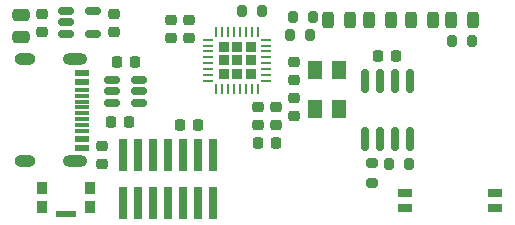
<source format=gbr>
%TF.GenerationSoftware,KiCad,Pcbnew,7.0.5*%
%TF.CreationDate,2024-01-08T00:08:42+01:00*%
%TF.ProjectId,can-usb-dongle,63616e2d-7573-4622-9d64-6f6e676c652e,rev?*%
%TF.SameCoordinates,Original*%
%TF.FileFunction,Paste,Top*%
%TF.FilePolarity,Positive*%
%FSLAX46Y46*%
G04 Gerber Fmt 4.6, Leading zero omitted, Abs format (unit mm)*
G04 Created by KiCad (PCBNEW 7.0.5) date 2024-01-08 00:08:42*
%MOMM*%
%LPD*%
G01*
G04 APERTURE LIST*
G04 Aperture macros list*
%AMRoundRect*
0 Rectangle with rounded corners*
0 $1 Rounding radius*
0 $2 $3 $4 $5 $6 $7 $8 $9 X,Y pos of 4 corners*
0 Add a 4 corners polygon primitive as box body*
4,1,4,$2,$3,$4,$5,$6,$7,$8,$9,$2,$3,0*
0 Add four circle primitives for the rounded corners*
1,1,$1+$1,$2,$3*
1,1,$1+$1,$4,$5*
1,1,$1+$1,$6,$7*
1,1,$1+$1,$8,$9*
0 Add four rect primitives between the rounded corners*
20,1,$1+$1,$2,$3,$4,$5,0*
20,1,$1+$1,$4,$5,$6,$7,0*
20,1,$1+$1,$6,$7,$8,$9,0*
20,1,$1+$1,$8,$9,$2,$3,0*%
G04 Aperture macros list end*
%ADD10RoundRect,0.225000X0.250000X-0.225000X0.250000X0.225000X-0.250000X0.225000X-0.250000X-0.225000X0*%
%ADD11RoundRect,0.225000X-0.225000X-0.250000X0.225000X-0.250000X0.225000X0.250000X-0.225000X0.250000X0*%
%ADD12RoundRect,0.225000X0.225000X0.250000X-0.225000X0.250000X-0.225000X-0.250000X0.225000X-0.250000X0*%
%ADD13RoundRect,0.200000X0.200000X0.275000X-0.200000X0.275000X-0.200000X-0.275000X0.200000X-0.275000X0*%
%ADD14RoundRect,0.250000X0.475000X-0.250000X0.475000X0.250000X-0.475000X0.250000X-0.475000X-0.250000X0*%
%ADD15R,1.270000X0.760000*%
%ADD16RoundRect,0.243750X-0.243750X-0.456250X0.243750X-0.456250X0.243750X0.456250X-0.243750X0.456250X0*%
%ADD17R,1.300000X1.600000*%
%ADD18RoundRect,0.232500X0.232500X0.232500X-0.232500X0.232500X-0.232500X-0.232500X0.232500X-0.232500X0*%
%ADD19RoundRect,0.062500X0.375000X0.062500X-0.375000X0.062500X-0.375000X-0.062500X0.375000X-0.062500X0*%
%ADD20RoundRect,0.062500X0.062500X0.375000X-0.062500X0.375000X-0.062500X-0.375000X0.062500X-0.375000X0*%
%ADD21RoundRect,0.150000X-0.512500X-0.150000X0.512500X-0.150000X0.512500X0.150000X-0.512500X0.150000X0*%
%ADD22RoundRect,0.243750X0.243750X0.456250X-0.243750X0.456250X-0.243750X-0.456250X0.243750X-0.456250X0*%
%ADD23RoundRect,0.150000X-0.150000X0.825000X-0.150000X-0.825000X0.150000X-0.825000X0.150000X0.825000X0*%
%ADD24RoundRect,0.225000X-0.250000X0.225000X-0.250000X-0.225000X0.250000X-0.225000X0.250000X0.225000X0*%
%ADD25RoundRect,0.200000X-0.275000X0.200000X-0.275000X-0.200000X0.275000X-0.200000X0.275000X0.200000X0*%
%ADD26R,0.740000X2.790000*%
%ADD27R,1.150000X0.600000*%
%ADD28R,1.150000X0.300000*%
%ADD29O,2.100000X1.000000*%
%ADD30O,1.800000X1.000000*%
%ADD31R,0.900000X1.000000*%
%ADD32R,1.700000X0.550000*%
G04 APERTURE END LIST*
D10*
%TO.C,C5*%
X35814000Y-33876000D03*
X35814000Y-32326000D03*
%TD*%
D11*
%TO.C,R3*%
X29705000Y-35908000D03*
X31255000Y-35908000D03*
%TD*%
%TO.C,C3*%
X51823000Y-35400000D03*
X53373000Y-35400000D03*
%TD*%
D12*
%TO.C,R8*%
X36589000Y-41242000D03*
X35039000Y-41242000D03*
%TD*%
D13*
%TO.C,R6*%
X41973000Y-31590000D03*
X40323000Y-31590000D03*
%TD*%
D14*
%TO.C,F1*%
X21590000Y-33810000D03*
X21590000Y-31910000D03*
%TD*%
D15*
%TO.C,SW2*%
X54122000Y-46957000D03*
X54122000Y-48227000D03*
X61742000Y-48227000D03*
X61742000Y-46957000D03*
%TD*%
D16*
%TO.C,D3*%
X51074000Y-32352000D03*
X52949000Y-32352000D03*
%TD*%
D17*
%TO.C,Y1*%
X46498000Y-36544000D03*
X46498000Y-39844000D03*
X48498000Y-39844000D03*
X48498000Y-36544000D03*
%TD*%
D18*
%TO.C,U1*%
X41056000Y-36906500D03*
X41056000Y-35756500D03*
X41056000Y-34606500D03*
X39906000Y-36906500D03*
X39906000Y-35756500D03*
X39906000Y-34606500D03*
X38756000Y-36906500D03*
X38756000Y-35756500D03*
X38756000Y-34606500D03*
D19*
X42343500Y-37506500D03*
X42343500Y-37006500D03*
X42343500Y-36506500D03*
X42343500Y-36006500D03*
X42343500Y-35506500D03*
X42343500Y-35006500D03*
X42343500Y-34506500D03*
X42343500Y-34006500D03*
D20*
X41656000Y-33319000D03*
X41156000Y-33319000D03*
X40656000Y-33319000D03*
X40156000Y-33319000D03*
X39656000Y-33319000D03*
X39156000Y-33319000D03*
X38656000Y-33319000D03*
X38156000Y-33319000D03*
D19*
X37468500Y-34006500D03*
X37468500Y-34506500D03*
X37468500Y-35006500D03*
X37468500Y-35506500D03*
X37468500Y-36006500D03*
X37468500Y-36506500D03*
X37468500Y-37006500D03*
X37468500Y-37506500D03*
D20*
X38156000Y-38194000D03*
X38656000Y-38194000D03*
X39156000Y-38194000D03*
X39656000Y-38194000D03*
X40156000Y-38194000D03*
X40656000Y-38194000D03*
X41156000Y-38194000D03*
X41656000Y-38194000D03*
%TD*%
D10*
%TO.C,C4*%
X34290000Y-33876000D03*
X34290000Y-32326000D03*
%TD*%
D12*
%TO.C,R4*%
X30747000Y-40988000D03*
X29197000Y-40988000D03*
%TD*%
D21*
%TO.C,U3*%
X29342500Y-37432000D03*
X29342500Y-38382000D03*
X29342500Y-39332000D03*
X31617500Y-39332000D03*
X31617500Y-38382000D03*
X31617500Y-37432000D03*
%TD*%
D22*
%TO.C,D2*%
X56505000Y-32352000D03*
X54630000Y-32352000D03*
%TD*%
D10*
%TO.C,C9*%
X28500000Y-44575000D03*
X28500000Y-43025000D03*
%TD*%
D13*
%TO.C,R10*%
X46291000Y-32098000D03*
X44641000Y-32098000D03*
%TD*%
%TO.C,R5*%
X59753000Y-34130000D03*
X58103000Y-34130000D03*
%TD*%
D23*
%TO.C,U2*%
X54503000Y-37497000D03*
X53233000Y-37497000D03*
X51963000Y-37497000D03*
X50693000Y-37497000D03*
X50693000Y-42447000D03*
X51963000Y-42447000D03*
X53233000Y-42447000D03*
X54503000Y-42447000D03*
%TD*%
D24*
%TO.C,C8*%
X23368000Y-31844000D03*
X23368000Y-33394000D03*
%TD*%
D25*
%TO.C,R9*%
X51308000Y-44481000D03*
X51308000Y-46131000D03*
%TD*%
D26*
%TO.C,J3*%
X30226000Y-47852000D03*
X30226000Y-43782000D03*
X31496000Y-47852000D03*
X31496000Y-43782000D03*
X32766000Y-47852000D03*
X32766000Y-43782000D03*
X34036000Y-47852000D03*
X34036000Y-43782000D03*
X35306000Y-47852000D03*
X35306000Y-43782000D03*
X36576000Y-47852000D03*
X36576000Y-43782000D03*
X37846000Y-47852000D03*
X37846000Y-43782000D03*
%TD*%
D24*
%TO.C,C6*%
X43180000Y-39705000D03*
X43180000Y-41255000D03*
%TD*%
D12*
%TO.C,R2*%
X43193000Y-42766000D03*
X41643000Y-42766000D03*
%TD*%
D21*
%TO.C,U4*%
X25400000Y-31590000D03*
X25400000Y-32540000D03*
X25400000Y-33490000D03*
X27675000Y-33490000D03*
X27675000Y-31590000D03*
%TD*%
D24*
%TO.C,C10*%
X29464000Y-31831000D03*
X29464000Y-33381000D03*
%TD*%
D27*
%TO.C,J1*%
X26737000Y-36800000D03*
X26737000Y-37600000D03*
D28*
X26737000Y-38750000D03*
X26737000Y-39750000D03*
X26737000Y-40250000D03*
X26737000Y-41250000D03*
D27*
X26737000Y-42400000D03*
X26737000Y-43200000D03*
X26737000Y-43200000D03*
X26737000Y-42400000D03*
D28*
X26737000Y-41750000D03*
X26737000Y-40750000D03*
X26737000Y-39250000D03*
X26737000Y-38250000D03*
D27*
X26737000Y-37600000D03*
X26737000Y-36800000D03*
D29*
X26162000Y-35680000D03*
D30*
X21982000Y-35680000D03*
D29*
X26162000Y-44320000D03*
D30*
X21982000Y-44320000D03*
%TD*%
D13*
%TO.C,R1*%
X54439000Y-44544000D03*
X52789000Y-44544000D03*
%TD*%
%TO.C,R7*%
X46037000Y-33622000D03*
X44387000Y-33622000D03*
%TD*%
D10*
%TO.C,C2*%
X44704000Y-37445000D03*
X44704000Y-35895000D03*
%TD*%
D24*
%TO.C,C7*%
X41656000Y-39705000D03*
X41656000Y-41255000D03*
%TD*%
D22*
%TO.C,D4*%
X49471500Y-32352000D03*
X47596500Y-32352000D03*
%TD*%
D24*
%TO.C,C1*%
X44704000Y-38943000D03*
X44704000Y-40493000D03*
%TD*%
D31*
%TO.C,SW1*%
X23350000Y-48138000D03*
X23350000Y-46538000D03*
X27450000Y-46538000D03*
X27450000Y-48138000D03*
D32*
X25400000Y-48763000D03*
%TD*%
D16*
%TO.C,D1*%
X58010500Y-32352000D03*
X59885500Y-32352000D03*
%TD*%
M02*

</source>
